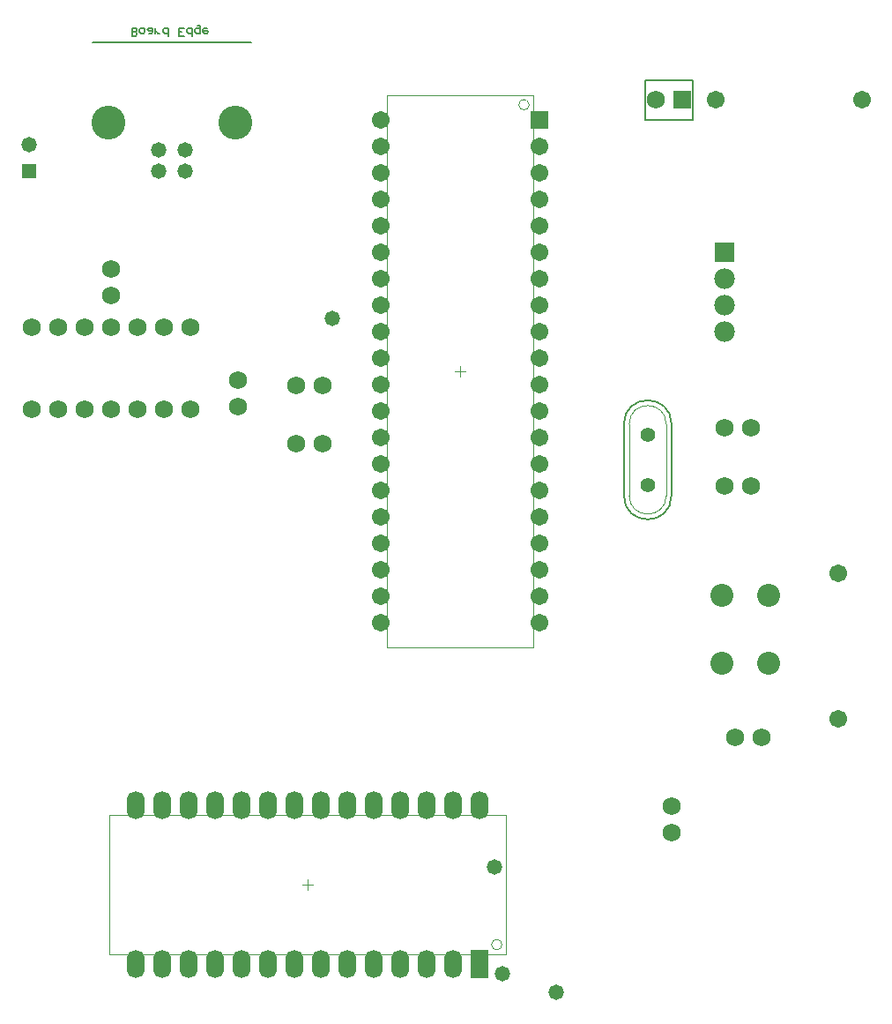
<source format=gts>
G04 Layer_Color=20142*
%FSLAX25Y25*%
%MOIN*%
G70*
G01*
G75*
%ADD11C,0.00500*%
%ADD12C,0.00394*%
%ADD13C,0.00200*%
%ADD14C,0.00600*%
%ADD32C,0.06800*%
%ADD33C,0.06706*%
%ADD34R,0.06706X0.06706*%
%ADD35C,0.07800*%
%ADD36R,0.07800X0.07800*%
%ADD37C,0.08674*%
%ADD38C,0.05800*%
%ADD39R,0.05800X0.05800*%
%ADD40R,0.06800X0.06800*%
%ADD41C,0.05524*%
%ADD42R,0.06706X0.10642*%
%ADD43O,0.06706X0.10642*%
%ADD44C,0.12800*%
D11*
X204601Y493800D02*
X144601D01*
X159601Y496251D02*
Y499250D01*
X161100D01*
X161600Y498750D01*
Y498250D01*
X161100Y497751D01*
X159601D01*
X161100D01*
X161600Y497251D01*
Y496751D01*
X161100Y496251D01*
X159601D01*
X163100Y499250D02*
X164099D01*
X164599Y498750D01*
Y497751D01*
X164099Y497251D01*
X163100D01*
X162600Y497751D01*
Y498750D01*
X163100Y499250D01*
X166099Y497251D02*
X167098D01*
X167598Y497751D01*
Y499250D01*
X166099D01*
X165599Y498750D01*
X166099Y498250D01*
X167598D01*
X168598Y497251D02*
Y499250D01*
Y498250D01*
X169098Y497751D01*
X169598Y497251D01*
X170097D01*
X173596Y496251D02*
Y499250D01*
X172097D01*
X171597Y498750D01*
Y497751D01*
X172097Y497251D01*
X173596D01*
X179594Y496251D02*
X177595D01*
Y499250D01*
X179594D01*
X177595Y497751D02*
X178595D01*
X182593Y496251D02*
Y499250D01*
X181094D01*
X180594Y498750D01*
Y497751D01*
X181094Y497251D01*
X182593D01*
X184593Y500250D02*
X185092D01*
X185592Y499750D01*
Y497251D01*
X184093D01*
X183593Y497751D01*
Y498750D01*
X184093Y499250D01*
X185592D01*
X188092D02*
X187092D01*
X186592Y498750D01*
Y497751D01*
X187092Y497251D01*
X188092D01*
X188591Y497751D01*
Y498250D01*
X186592D01*
X371701Y464500D02*
Y479500D01*
Y464500D02*
X353701D01*
Y479500D01*
X371701D02*
X353701D01*
D12*
X305945Y470189D02*
G03*
X305945Y470189I1969J0D01*
G01*
X295689Y152764D02*
G03*
X295689Y152764I1969J0D01*
G01*
X311457Y265268D02*
Y473732D01*
X255945Y265268D02*
Y473732D01*
X311457D02*
X255945D01*
X311457Y265268D02*
X255945D01*
X301201Y149220D02*
X151201D01*
X301201Y201780D02*
X151201D01*
X301201Y149220D02*
Y201780D01*
X151201Y149220D02*
Y201780D01*
X285669Y369500D02*
X281732D01*
X283701Y367532D02*
Y371469D01*
X226201Y173532D02*
Y177469D01*
X228169Y175500D02*
X224232D01*
D13*
X347701Y322500D02*
G03*
X361701Y322500I7000J0D01*
G01*
Y349500D02*
G03*
X347701Y349500I-7000J0D01*
G01*
X361701Y322500D02*
Y349500D01*
X347701Y322500D02*
Y349500D01*
D14*
X345701Y322500D02*
G03*
X363701Y322500I9000J0D01*
G01*
Y349500D02*
G03*
X345701Y349500I-9000J0D01*
G01*
X363701Y322500D02*
Y349500D01*
X345701Y322500D02*
Y349500D01*
D32*
X151701Y408000D02*
D03*
Y398000D02*
D03*
X221701Y364000D02*
D03*
X231701D02*
D03*
X363701Y195000D02*
D03*
Y205000D02*
D03*
X199701Y356000D02*
D03*
Y366000D02*
D03*
X387701Y231000D02*
D03*
X397701D02*
D03*
X181701Y386000D02*
D03*
X171701D02*
D03*
X161701D02*
D03*
X151701D02*
D03*
X141701D02*
D03*
X131701D02*
D03*
X121701D02*
D03*
Y355000D02*
D03*
X131701D02*
D03*
X141701D02*
D03*
X151701D02*
D03*
X161701D02*
D03*
X171701D02*
D03*
X181701D02*
D03*
X357701Y472000D02*
D03*
X383701Y348000D02*
D03*
X393701D02*
D03*
X383701Y326000D02*
D03*
X393701D02*
D03*
X231701Y342000D02*
D03*
X221701D02*
D03*
D33*
X426701Y293118D02*
D03*
Y238000D02*
D03*
X313701Y454500D02*
D03*
Y444500D02*
D03*
Y434500D02*
D03*
Y424500D02*
D03*
Y414500D02*
D03*
Y404500D02*
D03*
Y394500D02*
D03*
Y384500D02*
D03*
Y374500D02*
D03*
Y364500D02*
D03*
Y354500D02*
D03*
Y344500D02*
D03*
Y334500D02*
D03*
Y324500D02*
D03*
Y314500D02*
D03*
Y304500D02*
D03*
Y294500D02*
D03*
Y284500D02*
D03*
Y274500D02*
D03*
X253701Y464500D02*
D03*
Y454500D02*
D03*
Y444500D02*
D03*
Y434500D02*
D03*
Y424500D02*
D03*
Y414500D02*
D03*
Y404500D02*
D03*
Y394500D02*
D03*
Y384500D02*
D03*
Y374500D02*
D03*
Y364500D02*
D03*
Y354500D02*
D03*
Y344500D02*
D03*
Y334500D02*
D03*
Y324500D02*
D03*
Y314500D02*
D03*
Y304500D02*
D03*
Y294500D02*
D03*
Y284500D02*
D03*
Y274500D02*
D03*
X435701Y472000D02*
D03*
X380583D02*
D03*
D34*
X313701Y464500D02*
D03*
D35*
X383701Y384500D02*
D03*
Y394500D02*
D03*
Y404500D02*
D03*
D36*
Y414500D02*
D03*
D37*
X382843Y259205D02*
D03*
Y284795D02*
D03*
X400559D02*
D03*
Y259205D02*
D03*
D38*
X120701Y455000D02*
D03*
X169901Y445000D02*
D03*
Y453000D02*
D03*
X179701D02*
D03*
Y445000D02*
D03*
X320201Y134900D02*
D03*
X296701Y182200D02*
D03*
X299701Y141800D02*
D03*
X235301Y389300D02*
D03*
D39*
X120701Y445000D02*
D03*
D40*
X367701Y472000D02*
D03*
D41*
X354701Y345606D02*
D03*
Y326394D02*
D03*
D42*
X291201Y145500D02*
D03*
D43*
X281201D02*
D03*
X271201D02*
D03*
X261201D02*
D03*
X251201D02*
D03*
X241201D02*
D03*
X231201D02*
D03*
X221201D02*
D03*
X211201D02*
D03*
X201201D02*
D03*
X191201D02*
D03*
X181201D02*
D03*
X171201D02*
D03*
X161201D02*
D03*
X291201Y205500D02*
D03*
X281201D02*
D03*
X271201D02*
D03*
X261201D02*
D03*
X251201D02*
D03*
X241201D02*
D03*
X231201D02*
D03*
X221201D02*
D03*
X211201D02*
D03*
X201201D02*
D03*
X191201D02*
D03*
X181201D02*
D03*
X171201D02*
D03*
X161201D02*
D03*
D44*
X150601Y463500D02*
D03*
X198601D02*
D03*
M02*

</source>
